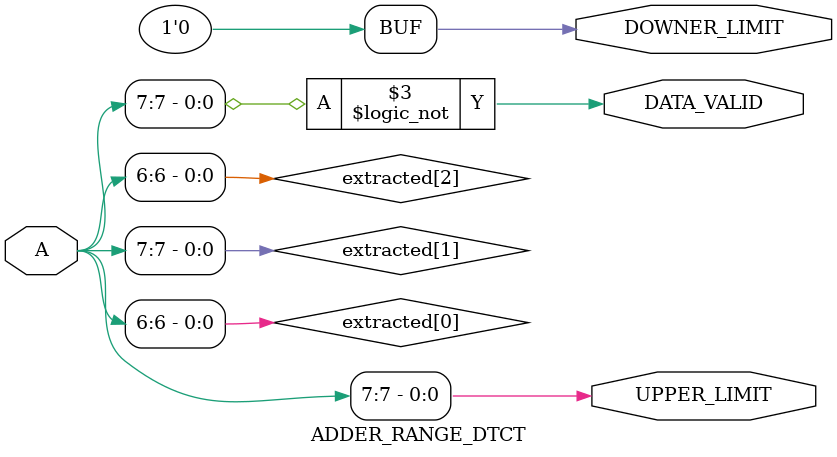
<source format=v>


module ADDER_RANGE_DTCT#(
    parameter BITWIDTH = 6'd8,
    parameter NUM_ADDERS = 4'd1,
    parameter SIGNED = 1'd0
)(
    input wire [BITWIDTH-'d1:0] A,
    output wire UPPER_LIMIT,
    output wire DOWNER_LIMIT,
    output wire DATA_VALID
);
    localparam NUM_BITS = (NUM_ADDERS > 0) ? NUM_ADDERS : 1'd1;

    wire [NUM_BITS-'d1:0] extracted [2:0];
    generate
        if (NUM_ADDERS > 0) begin
            assign extracted[0] = A[BITWIDTH-'d2-:NUM_ADDERS];
            assign extracted[1] = A[BITWIDTH-'d1-:NUM_ADDERS];
            assign extracted[2] = A[BITWIDTH-'d2-:NUM_ADDERS];
        end else begin
            assign extracted[0] = 1'd0;
            assign extracted[1] = 1'd0;
            assign extracted[2] = 1'd1;
        end
    endgenerate

    assign UPPER_LIMIT = (SIGNED) ? (!A[BITWIDTH-'d1] && |extracted[0]) : |extracted[1];
    assign DOWNER_LIMIT = (SIGNED) ? (A[BITWIDTH-'d1] && ~&extracted[2]) : 1'd0;
    assign DATA_VALID = !(UPPER_LIMIT || DOWNER_LIMIT);
                            
endmodule

</source>
